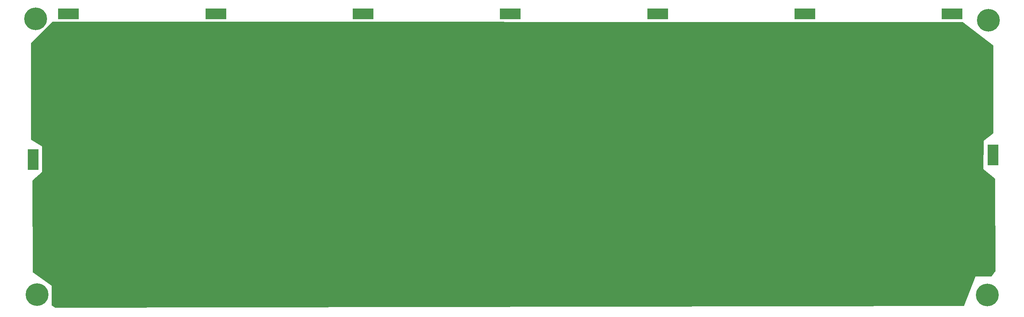
<source format=gbl>
%TF.GenerationSoftware,KiCad,Pcbnew,7.0.8*%
%TF.CreationDate,2023-11-11T14:32:32+05:30*%
%TF.ProjectId,DevBoard,44657642-6f61-4726-942e-6b696361645f,rev?*%
%TF.SameCoordinates,Original*%
%TF.FileFunction,Copper,L2,Bot*%
%TF.FilePolarity,Positive*%
%FSLAX46Y46*%
G04 Gerber Fmt 4.6, Leading zero omitted, Abs format (unit mm)*
G04 Created by KiCad (PCBNEW 7.0.8) date 2023-11-11 14:32:32*
%MOMM*%
%LPD*%
G01*
G04 APERTURE LIST*
%TA.AperFunction,ComponentPad*%
%ADD10C,0.800000*%
%TD*%
%TA.AperFunction,ComponentPad*%
%ADD11C,5.400000*%
%TD*%
%TA.AperFunction,SMDPad,CuDef*%
%ADD12R,5.000000X2.500000*%
%TD*%
%TA.AperFunction,SMDPad,CuDef*%
%ADD13R,2.500000X5.000000*%
%TD*%
%TA.AperFunction,ViaPad*%
%ADD14C,0.800000*%
%TD*%
G04 APERTURE END LIST*
D10*
%TO.P,H4,1*%
%TO.N,N/C*%
X323284200Y-178206400D03*
X321259200Y-180231400D03*
X322691091Y-179638291D03*
D11*
X321259200Y-178206400D03*
D10*
X321259200Y-176181400D03*
X319827309Y-179638291D03*
X322691091Y-176774509D03*
X319234200Y-178206400D03*
X319827309Y-176774509D03*
%TD*%
%TO.P,H3,1*%
%TO.N,N/C*%
X97478200Y-178114291D03*
X95453200Y-180139291D03*
X96885091Y-179546182D03*
D11*
X95453200Y-178114291D03*
D10*
X95453200Y-176089291D03*
X94021309Y-179546182D03*
X96885091Y-176682400D03*
X93428200Y-178114291D03*
X94021309Y-176682400D03*
%TD*%
%TO.P,H2,1*%
%TO.N,N/C*%
X320081309Y-111344109D03*
X319488200Y-112776000D03*
X322945091Y-111344109D03*
X320081309Y-114207891D03*
X321513200Y-110751000D03*
D11*
X321513200Y-112776000D03*
D10*
X322945091Y-114207891D03*
X321513200Y-114801000D03*
X323538200Y-112776000D03*
%TD*%
%TO.P,H1,1*%
%TO.N,N/C*%
X97173400Y-112420400D03*
X95148400Y-114445400D03*
X96580291Y-113852291D03*
D11*
X95148400Y-112420400D03*
D10*
X95148400Y-110395400D03*
X93716509Y-113852291D03*
X96580291Y-110988509D03*
X93123400Y-112420400D03*
X93716509Y-110988509D03*
%TD*%
D12*
%TO.P,P2,LedM_+5V,LedM_+5V*%
%TO.N,+5V*%
X137920800Y-111201200D03*
%TD*%
%TO.P,PG4,LedM_GND,LedM_GND*%
%TO.N,GND*%
X207895400Y-178054000D03*
%TD*%
%TO.P,P7,LedM_+5V,LedM_+5V*%
%TO.N,+5V*%
X312920800Y-111201200D03*
%TD*%
%TO.P,PG3,LedM_GND,LedM_GND*%
%TO.N,GND*%
X172895400Y-178054000D03*
%TD*%
%TO.P,P1,LedM_+5V,LedM_+5V*%
%TO.N,+5V*%
X102920800Y-111201200D03*
%TD*%
%TO.P,P4,LedM_+5V,LedM_+5V*%
%TO.N,+5V*%
X207920800Y-111201200D03*
%TD*%
D13*
%TO.P,PD1,LedM_DIN,LedM_DIN*%
%TO.N,/LedMatrix/DIN*%
X94513400Y-145923000D03*
%TD*%
D12*
%TO.P,PG5,LedM_GND,LedM_GND*%
%TO.N,GND*%
X242895400Y-178054000D03*
%TD*%
%TO.P,P3,LedM_+5V,LedM_+5V*%
%TO.N,+5V*%
X172920800Y-111201200D03*
%TD*%
%TO.P,PG7,LedM_GND,LedM_GND*%
%TO.N,GND*%
X312895400Y-178054000D03*
%TD*%
%TO.P,P6,LedM_+5V,LedM_+5V*%
%TO.N,+5V*%
X277920800Y-111201200D03*
%TD*%
%TO.P,P5,LedM_+5V,LedM_+5V*%
%TO.N,+5V*%
X242920800Y-111201200D03*
%TD*%
%TO.P,PG2,LedM_GND,LedM_GND*%
%TO.N,GND*%
X137895400Y-178054000D03*
%TD*%
%TO.P,PG6,LedM_GND,LedM_GND*%
%TO.N,GND*%
X277895400Y-178054000D03*
%TD*%
D13*
%TO.P,PD2,LedM_DOUT,LedM_DOUT*%
%TO.N,/LedMatrix6/DOUT*%
X322580000Y-144805400D03*
%TD*%
D12*
%TO.P,PG1,LedM_GND,LedM_GND*%
%TO.N,GND*%
X102895400Y-178054000D03*
%TD*%
D14*
%TO.N,GND*%
X316534800Y-175869600D03*
X100482400Y-114706400D03*
%TO.N,/LedMatrix/DIN*%
X95097600Y-147523200D03*
X93929200Y-144170400D03*
X93878400Y-145897600D03*
X95046800Y-145897600D03*
X93929200Y-147472400D03*
X94996000Y-144170400D03*
%TO.N,+5V*%
X314452000Y-110540800D03*
X244398800Y-110591600D03*
X171196000Y-110591600D03*
X172821600Y-110591600D03*
X136245600Y-111810800D03*
X174498000Y-111861600D03*
X242824000Y-111861600D03*
X241198400Y-111912400D03*
X277774400Y-110591600D03*
X137871200Y-111760000D03*
X276199600Y-111861600D03*
X312826400Y-110591600D03*
X172872400Y-111810800D03*
X102971600Y-111810800D03*
X171246800Y-111861600D03*
X137820400Y-110540800D03*
X279450800Y-111861600D03*
X139496800Y-111810800D03*
X174447200Y-110540800D03*
X207873600Y-110591600D03*
X207924400Y-111810800D03*
X311251600Y-111861600D03*
X102920800Y-110591600D03*
X276148800Y-110591600D03*
X206248000Y-110591600D03*
X101346000Y-111861600D03*
X314502800Y-111861600D03*
X139446000Y-110490000D03*
X206298800Y-111861600D03*
X277825200Y-111810800D03*
X311200800Y-110591600D03*
X136194800Y-110540800D03*
X241147600Y-110642400D03*
X104546400Y-110540800D03*
X312877200Y-111810800D03*
X244449600Y-111912400D03*
X104597200Y-111861600D03*
X101295200Y-110591600D03*
X279400000Y-110540800D03*
X209499200Y-110540800D03*
X242773200Y-110642400D03*
X209550000Y-111861600D03*
%TO.N,GND*%
X311042800Y-147187600D03*
X310941200Y-138348400D03*
X241198400Y-177444400D03*
X304901600Y-131978400D03*
X215900000Y-158648400D03*
X310839600Y-129407600D03*
X141878800Y-173908400D03*
X213049600Y-173959200D03*
X257448800Y-156179200D03*
X248711200Y-173908400D03*
X233426000Y-113782000D03*
X141878800Y-129407600D03*
X284372800Y-147238400D03*
X109016800Y-140817600D03*
X206959200Y-158648400D03*
X238231359Y-114139041D03*
X209448400Y-178714400D03*
X168548800Y-165120000D03*
X278180800Y-131978400D03*
X118008400Y-123037600D03*
X302152800Y-138348400D03*
X284169600Y-165120000D03*
X137718800Y-177444400D03*
X168548800Y-173959200D03*
X186379600Y-173908400D03*
X301142400Y-114046000D03*
X230829600Y-165069200D03*
X233680000Y-158648400D03*
X292252400Y-114096800D03*
X174498000Y-177393600D03*
X141980400Y-138348400D03*
X126847600Y-123088400D03*
X230931200Y-138348400D03*
X166979600Y-114096800D03*
X292958000Y-165069200D03*
X313740800Y-131978400D03*
X287172400Y-167589200D03*
X213049600Y-129458400D03*
X198120000Y-158597600D03*
X109067600Y-131927600D03*
X248767600Y-120497600D03*
X195326000Y-120497600D03*
X206146400Y-177444400D03*
X126847600Y-131978400D03*
X278180800Y-123088400D03*
X248812800Y-138348400D03*
X126796800Y-140868400D03*
X215950800Y-167589200D03*
X295910000Y-140919200D03*
X242570000Y-123088400D03*
X293161200Y-147187600D03*
X275279600Y-173908400D03*
X174548800Y-178714400D03*
X96113600Y-131927600D03*
X311302400Y-178714400D03*
X106273600Y-156159200D03*
X124048000Y-129407600D03*
X171399200Y-149860000D03*
X171297600Y-140919200D03*
X133045200Y-120497600D03*
X292958000Y-173908400D03*
X162407600Y-140868400D03*
X276148800Y-178714400D03*
X150819600Y-147187600D03*
X221888800Y-173959200D03*
X266592800Y-147187600D03*
X221888800Y-165120000D03*
X95961200Y-140817600D03*
X123946400Y-156179200D03*
X293059600Y-138348400D03*
X126898400Y-149809200D03*
X106125600Y-147228400D03*
X189179200Y-131927600D03*
X233730800Y-149809200D03*
X115092000Y-165028400D03*
X131521200Y-113741200D03*
X96012000Y-167589200D03*
X231032800Y-147187600D03*
X168548800Y-129458400D03*
X188874400Y-113832800D03*
X233629200Y-140868400D03*
X293014400Y-120497600D03*
X195168000Y-156179200D03*
X135788400Y-131978400D03*
X109067600Y-158597600D03*
X132887200Y-156179200D03*
X278231600Y-149809200D03*
X115214400Y-156108400D03*
X124251200Y-147187600D03*
X279400000Y-178714400D03*
X204058000Y-165120000D03*
X168605200Y-120548400D03*
X239826800Y-120497600D03*
X257550400Y-173908400D03*
X102819200Y-178612800D03*
X171348400Y-158699200D03*
X177489600Y-138348400D03*
X314553600Y-178714400D03*
X304952400Y-149809200D03*
X284169600Y-173959200D03*
X206908400Y-140868400D03*
X168752000Y-147238400D03*
X266389600Y-129407600D03*
X260400800Y-167589200D03*
X242824000Y-177444400D03*
X153619200Y-167589200D03*
X257652000Y-138348400D03*
X204159600Y-138399200D03*
X153619200Y-149809200D03*
X172923200Y-178663600D03*
X266491200Y-138348400D03*
X106375200Y-164998400D03*
X195269600Y-173908400D03*
X251510800Y-167589200D03*
X239872000Y-138348400D03*
X195269600Y-165069200D03*
X284068000Y-156230000D03*
X239770400Y-129407600D03*
X186436000Y-120497600D03*
X132988800Y-129407600D03*
X106476800Y-129438400D03*
X224739200Y-140868400D03*
X195472800Y-147187600D03*
X162255200Y-113782000D03*
X312877200Y-177444400D03*
X144678400Y-123088400D03*
X109118400Y-149758400D03*
X153568400Y-158648400D03*
X213049600Y-165120000D03*
X251460000Y-158648400D03*
X144678400Y-131978400D03*
X177388000Y-173908400D03*
X224840800Y-149809200D03*
X287121600Y-131978400D03*
X180340000Y-167538400D03*
X153365200Y-113731200D03*
X315671200Y-147269200D03*
X150616400Y-129407600D03*
X171348400Y-123139200D03*
X257606800Y-120497600D03*
X189230000Y-149758400D03*
X202620559Y-114088241D03*
X260350000Y-158648400D03*
X137769600Y-178663600D03*
X197764400Y-113832800D03*
X109067600Y-123037600D03*
X186582800Y-147187600D03*
X177591200Y-147187600D03*
X241249200Y-178714400D03*
X159658800Y-129407600D03*
X269036800Y-113832800D03*
X242570000Y-131978400D03*
X251409200Y-140868400D03*
X221787200Y-156230000D03*
X277774400Y-178663600D03*
X239668800Y-156179200D03*
X109118400Y-167538400D03*
X222092000Y-147238400D03*
X124149600Y-138348400D03*
X139344400Y-177393600D03*
X180289200Y-158597600D03*
X224790000Y-123088400D03*
X287070800Y-140868400D03*
X189230000Y-167538400D03*
X133192000Y-147187600D03*
X115254400Y-173928400D03*
X204261200Y-147238400D03*
X242874800Y-178663600D03*
X269240000Y-123139200D03*
X310896000Y-120497600D03*
X207010000Y-149809200D03*
X206959200Y-131978400D03*
X310839600Y-165069200D03*
X221945200Y-120548400D03*
X153517600Y-140868400D03*
X260350000Y-123088400D03*
X108864400Y-113731200D03*
X215900000Y-131978400D03*
X136093200Y-177444400D03*
X269240000Y-132029200D03*
X117703600Y-113741200D03*
X314502800Y-177393600D03*
X248711200Y-165069200D03*
X239770400Y-165069200D03*
X132988800Y-165069200D03*
X159715200Y-120497600D03*
X117957600Y-140817600D03*
X275336000Y-120497600D03*
X159760400Y-138348400D03*
X150616400Y-165069200D03*
X269290800Y-149860000D03*
X171246800Y-177444400D03*
X115366800Y-129438400D03*
X315722000Y-129438400D03*
X275279600Y-165069200D03*
X135839200Y-167589200D03*
X98653600Y-148844000D03*
X302051200Y-165069200D03*
X204058000Y-129458400D03*
X135788400Y-123088400D03*
X292958000Y-129407600D03*
X101142800Y-177393600D03*
X248914400Y-147187600D03*
X230728000Y-156179200D03*
X260299200Y-140868400D03*
X213151200Y-138399200D03*
X118008400Y-158597600D03*
X126898400Y-167589200D03*
X186278000Y-156179200D03*
X315671200Y-156159200D03*
X302107600Y-120497600D03*
X159862000Y-147187600D03*
X273943759Y-114291441D03*
X101193600Y-178663600D03*
X198120000Y-131927600D03*
X153568400Y-131978400D03*
X309981600Y-114046000D03*
X302051200Y-173908400D03*
X153568400Y-123088400D03*
X118059200Y-167538400D03*
X177388000Y-129407600D03*
X162458400Y-158648400D03*
X171399200Y-167640000D03*
X213106000Y-120548400D03*
X242519200Y-140868400D03*
X215849200Y-140868400D03*
X124104400Y-120497600D03*
X248711200Y-129407600D03*
X180238400Y-140817600D03*
X177444400Y-120497600D03*
X295960800Y-132029200D03*
X239973600Y-147187600D03*
X139395200Y-178714400D03*
X203956400Y-156230000D03*
X95859600Y-158648400D03*
X150672800Y-120497600D03*
X141878800Y-165069200D03*
X126644400Y-113680400D03*
X244449600Y-177393600D03*
X124048000Y-165069200D03*
X278130000Y-140868400D03*
X266288000Y-156179200D03*
X233730800Y-167589200D03*
X186379600Y-129407600D03*
X162458400Y-131978400D03*
X244500400Y-178714400D03*
X215950800Y-149809200D03*
X230886000Y-120497600D03*
X144678400Y-158648400D03*
X104394000Y-177342800D03*
X302254400Y-147187600D03*
X115265200Y-147218400D03*
X296011600Y-167640000D03*
X213252800Y-147238400D03*
X260096000Y-113832800D03*
X144627600Y-140868400D03*
X106426000Y-120091200D03*
X284271200Y-138399200D03*
X224485200Y-113832800D03*
X266446000Y-120497600D03*
X315772800Y-120548400D03*
X224840800Y-167589200D03*
X315874400Y-138328400D03*
X162509200Y-167589200D03*
X104444800Y-178663600D03*
X168447200Y-156230000D03*
X195371200Y-138348400D03*
X180289200Y-131927600D03*
X195269600Y-129407600D03*
X284226000Y-120548400D03*
X180340000Y-149758400D03*
X275279600Y-129407600D03*
X313791600Y-167589200D03*
X287121600Y-158648400D03*
X204058000Y-173959200D03*
X135788400Y-158648400D03*
X150718000Y-138348400D03*
X242620800Y-167589200D03*
X162458400Y-123088400D03*
X221888800Y-129458400D03*
X313791600Y-149809200D03*
X118059200Y-149758400D03*
X141777200Y-156179200D03*
X141935200Y-120497600D03*
X144424400Y-113782000D03*
X310839600Y-173908400D03*
X276098000Y-177444400D03*
X260400800Y-149809200D03*
X124048000Y-173908400D03*
X251460000Y-131978400D03*
X133090400Y-138348400D03*
X150514800Y-156179200D03*
X257550400Y-129407600D03*
X278180800Y-158648400D03*
X206959200Y-123088400D03*
X144729200Y-149809200D03*
X230829600Y-129407600D03*
X106324400Y-173888400D03*
X312928000Y-178663600D03*
X168650400Y-138399200D03*
X209397600Y-177393600D03*
X233680000Y-131978400D03*
X287121600Y-123088400D03*
X198170800Y-149758400D03*
X275482800Y-147187600D03*
X186481200Y-138348400D03*
X198069200Y-140817600D03*
X311251600Y-177444400D03*
X275178000Y-156179200D03*
X230829600Y-173908400D03*
X189128400Y-140817600D03*
X135737600Y-140868400D03*
X95918959Y-122978241D03*
X283210000Y-113944400D03*
X221990400Y-138399200D03*
X313740800Y-123088400D03*
X224790000Y-131978400D03*
X313690000Y-140868400D03*
X242570000Y-158648400D03*
X242620800Y-149809200D03*
X304952400Y-167589200D03*
X118008400Y-131927600D03*
X278231600Y-167589200D03*
X172872400Y-177444400D03*
X162509200Y-149809200D03*
X132988800Y-173908400D03*
X189179200Y-123037600D03*
X115143600Y-120111200D03*
X257550400Y-165069200D03*
X215900000Y-123088400D03*
X313740800Y-158648400D03*
X248609600Y-156179200D03*
X277723600Y-177444400D03*
X215646000Y-113782000D03*
X207772000Y-177444400D03*
X189179200Y-158597600D03*
X207822800Y-178663600D03*
X251460000Y-123088400D03*
X251510800Y-149809200D03*
X269189200Y-140919200D03*
X304850800Y-140868400D03*
X159658800Y-173908400D03*
X159557200Y-156179200D03*
X310738000Y-156179200D03*
X106084800Y-138328400D03*
X304901600Y-158648400D03*
X292856400Y-156179200D03*
X304901600Y-123088400D03*
X177286400Y-156179200D03*
X136144000Y-178714400D03*
X180289200Y-123037600D03*
X296011600Y-149860000D03*
X171297600Y-178714400D03*
X206197200Y-178714400D03*
X150616400Y-173908400D03*
X233680000Y-123088400D03*
X198120000Y-123037600D03*
X239770400Y-173908400D03*
X295960800Y-158699200D03*
X315772800Y-164998400D03*
X186379600Y-165069200D03*
X171348400Y-132029200D03*
X287172400Y-149809200D03*
X251256800Y-113832800D03*
X284169600Y-129458400D03*
X179984400Y-113782000D03*
X266389600Y-165069200D03*
X135839200Y-149809200D03*
X301949600Y-156179200D03*
X266389600Y-173908400D03*
X159658800Y-165069200D03*
X279349200Y-177393600D03*
X295960800Y-123139200D03*
X126847600Y-158648400D03*
X260350000Y-131978400D03*
X198170800Y-167538400D03*
X142082000Y-147187600D03*
X177388000Y-165069200D03*
X212948000Y-156230000D03*
X144729200Y-167589200D03*
X204114400Y-120548400D03*
X102768400Y-177393600D03*
X302051200Y-129407600D03*
X275381200Y-138348400D03*
X207010000Y-167589200D03*
X269240000Y-158699200D03*
X257753600Y-147187600D03*
X269290800Y-167640000D03*
X224790000Y-158648400D03*
X115163600Y-138328400D03*
%TO.N,/LedMatrix6/DOUT*%
X322021200Y-143002000D03*
X322021200Y-146304000D03*
X323189600Y-146354800D03*
X321970400Y-144729200D03*
X323138800Y-144729200D03*
X323088000Y-143002000D03*
%TD*%
%TA.AperFunction,Conductor*%
%TO.N,GND*%
G36*
X315324418Y-113182380D02*
G01*
X315391448Y-113202096D01*
X315399734Y-113207918D01*
X322683624Y-118783861D01*
X322724891Y-118840242D01*
X322732250Y-118882625D01*
X322681749Y-139638463D01*
X322661901Y-139705454D01*
X322632500Y-139737097D01*
X320395600Y-141427199D01*
X320344800Y-148234400D01*
X323042596Y-150432604D01*
X323082134Y-150490211D01*
X323088268Y-150528164D01*
X323189408Y-172576751D01*
X323170031Y-172643880D01*
X323164609Y-172651720D01*
X322312400Y-173788000D01*
X322256429Y-173829821D01*
X322213200Y-173837600D01*
X318465200Y-173837600D01*
X315752778Y-180769344D01*
X315710018Y-180824600D01*
X315644171Y-180847968D01*
X315637537Y-180848158D01*
X99809840Y-181254327D01*
X99742764Y-181234768D01*
X99739357Y-181232508D01*
X99012150Y-180732553D01*
X98968059Y-180678352D01*
X98958400Y-180630372D01*
X98958400Y-175971199D01*
X94490946Y-172909237D01*
X94446777Y-172855099D01*
X94437049Y-172807243D01*
X94386533Y-150933757D01*
X94406063Y-150866675D01*
X94430528Y-150838736D01*
X96672400Y-148945600D01*
X96672400Y-142798800D01*
X96672399Y-142798799D01*
X94039908Y-141209370D01*
X93992692Y-141157868D01*
X93980000Y-141103218D01*
X93980000Y-118313762D01*
X93999685Y-118246723D01*
X94016319Y-118226081D01*
X95554800Y-116687600D01*
X99176167Y-113116528D01*
X99237720Y-113083475D01*
X99263279Y-113080823D01*
X315324418Y-113182380D01*
G37*
%TD.AperFunction*%
%TD*%
M02*

</source>
